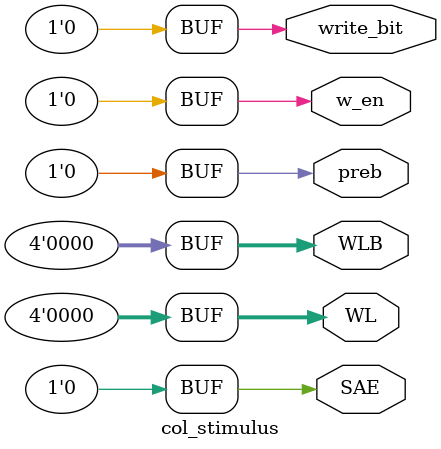
<source format=v>
module col_stimulus (
    output reg preb, w_en, write_bit, SAE,
    output reg [3:0] WL, WLB
);

    // Main stimulus sequence
    initial begin
        // reset
        preb = 0;
        w_en = 0;
        SAE  = 0;
        WL   = 4'b0000;
        WLB  = 4'b0000;
        write_bit = 0;
        //write 0@0001
        #10
        preb = 1;
        w_en = 1;
        SAE  = 0;
        WL   = 4'b0001;
        WLB  = 4'b0001;
        write_bit = 0;
        //precharge
        #10
        preb = 0;
        w_en = 0;
        SAE  = 0;
        WL   = 4'b0000;
        WLB  = 4'b0000;
        write_bit = 0;
        //read 0@0001
        #10
        preb = 1;
        w_en = 0;
        SAE  = 1;
        WL   = 4'b0001;
        WLB  = 4'b0000;
        write_bit = 0;
        //precharge
        #10
        preb = 0;
        w_en = 0;
        SAE  = 0;
        WL   = 4'b0000;
        WLB  = 4'b0000;
        write_bit = 0;
        //read 1@0001
        #10
        preb = 1;
        w_en = 0;
        SAE  = 1;
        WL   = 4'b0000;
        WLB  = 4'b0001;
        write_bit = 0;

        // reset
        #10
        preb = 0;
        w_en = 0;
        SAE  = 0;
        WL   = 4'b0000;
        WLB  = 4'b0000;
        write_bit = 0;
        //write 0@0010
        #10
        preb = 1;
        w_en = 1;
        SAE  = 0;
        WL   = 4'b0010;
        WLB  = 4'b0010;
        write_bit = 1;
        //precharge
        #10
        preb = 0;
        w_en = 0;
        SAE  = 0;
        WL   = 4'b0000;
        WLB  = 4'b0000;
        write_bit = 1;
        //read 1@0010
        #10
        preb = 1;
        w_en = 0;
        SAE  = 1;
        WL   = 4'b0010;
        WLB  = 4'b0000;
        write_bit = 1;
        //precharge
        #10
        preb = 0;
        w_en = 0;
        SAE  = 0;
        WL   = 4'b0000;
        WLB  = 4'b0000;
        write_bit = 1;
        //read 0@0010
        #10
        preb = 1;
        w_en = 0;
        SAE  = 1;
        WL   = 4'b0000;
        WLB  = 4'b0010;
        write_bit = 1;
        //precharge
        #10
        preb = 0;
        w_en = 0;
        SAE  = 0;
        WL   = 4'b0000;
        WLB  = 4'b0000;
        write_bit = 1;
        //read 0@0001
        #10
        preb = 1;
        w_en = 0;
        SAE  = 1;
        WL   = 4'b0010;
        WLB  = 4'b0000;
        write_bit = 1;
        // reset
        #10
        preb = 0;
        w_en = 0;
        SAE  = 0;
        WL   = 0;
        WLB  = 0;
        write_bit = 0;
        
    end
endmodule
</source>
